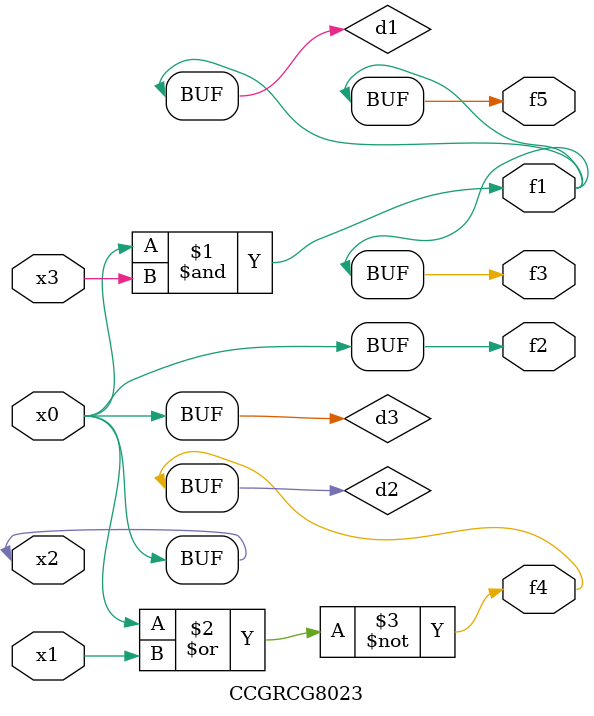
<source format=v>
module CCGRCG8023(
	input x0, x1, x2, x3,
	output f1, f2, f3, f4, f5
);

	wire d1, d2, d3;

	and (d1, x2, x3);
	nor (d2, x0, x1);
	buf (d3, x0, x2);
	assign f1 = d1;
	assign f2 = d3;
	assign f3 = d1;
	assign f4 = d2;
	assign f5 = d1;
endmodule

</source>
